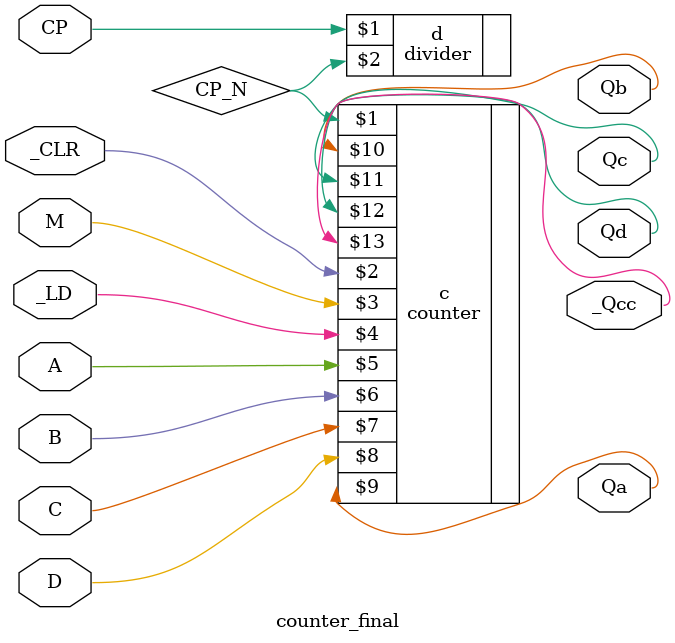
<source format=v>
`timescale 1ns / 1ps

module counter_final(CP,_CLR,M,_LD,A,B,C,D,Qa,Qb,Qc,Qd,_Qcc);
    input CP,_CLR,M,_LD;
    input A,B,C,D;
    output Qa,Qb,Qc,Qd;
    output _Qcc;
    
    wire CP_N;
    
    divider d(CP,CP_N);
    counter c(CP_N,_CLR,M,_LD,A,B,C,D,Qa,Qb,Qc,Qd,_Qcc);
endmodule

</source>
